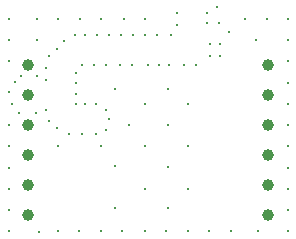
<source format=gbr>
%TF.GenerationSoftware,KiCad,Pcbnew,(5.0.1)-3*%
%TF.CreationDate,2018-12-02T22:03:34+01:00*%
%TF.ProjectId,air602bob,616972363032626F622E6B696361645F,rev?*%
%TF.SameCoordinates,Original*%
%TF.FileFunction,Plated,1,2,PTH,Drill*%
%TF.FilePolarity,Positive*%
%FSLAX46Y46*%
G04 Gerber Fmt 4.6, Leading zero omitted, Abs format (unit mm)*
G04 Created by KiCad (PCBNEW (5.0.1)-3) date 02/12/2018 22:03:34*
%MOMM*%
%LPD*%
G01*
G04 APERTURE LIST*
%TA.AperFunction,ViaDrill*%
%ADD10C,0.300000*%
%TD*%
%TA.AperFunction,ComponentDrill*%
%ADD11C,0.300000*%
%TD*%
%TA.AperFunction,ComponentDrill*%
%ADD12C,1.000000*%
%TD*%
G04 APERTURE END LIST*
D10*
X61849000Y-88773000D03*
X61849000Y-90595000D03*
X61849000Y-92373000D03*
X61849000Y-94996000D03*
X61849000Y-97795000D03*
X61849000Y-99573000D03*
X61849000Y-101395000D03*
X61849000Y-103173000D03*
X61849000Y-104995000D03*
X61849000Y-106773000D03*
X62103000Y-96012000D03*
X62357000Y-94107000D03*
X62738000Y-96774000D03*
X62865000Y-93599000D03*
X64135000Y-96774000D03*
X64239000Y-88773000D03*
X64262000Y-90551000D03*
X64262000Y-93599000D03*
X64389000Y-106807000D03*
X65024000Y-92964000D03*
X65024000Y-93980000D03*
X65024000Y-96520000D03*
X65278000Y-91948000D03*
X65278000Y-97409000D03*
X65913000Y-91313000D03*
X65913000Y-98044000D03*
X66017000Y-88773000D03*
X66017000Y-99573000D03*
X66017000Y-106773000D03*
X66548000Y-90678000D03*
X66929000Y-98552000D03*
X67437000Y-90170000D03*
X67564000Y-93345000D03*
X67564000Y-94234000D03*
X67564000Y-95123000D03*
X67564000Y-96012000D03*
X67795000Y-106773000D03*
X67899000Y-88773000D03*
X68072000Y-92710000D03*
X68072000Y-98552000D03*
X68326000Y-90170000D03*
X68326000Y-96012000D03*
X69088000Y-92710000D03*
X69215000Y-96012000D03*
X69215000Y-98552000D03*
X69342000Y-90170000D03*
X69677000Y-88773000D03*
X69677000Y-99573000D03*
X69677000Y-106773000D03*
X70104000Y-92710000D03*
X70104000Y-96520000D03*
X70104000Y-98171000D03*
X70358000Y-90170000D03*
X70358000Y-97282000D03*
X70866000Y-94742000D03*
X70866000Y-101219000D03*
X70866000Y-104775000D03*
X71247000Y-92710000D03*
X71374000Y-90170000D03*
X71455000Y-106773000D03*
X71559000Y-88773000D03*
X72009000Y-97790000D03*
X72263000Y-92710000D03*
X72390000Y-90170000D03*
X73337000Y-88773000D03*
X73337000Y-95973000D03*
X73337000Y-99573000D03*
X73337000Y-103173000D03*
X73337000Y-106773000D03*
X73406000Y-90170000D03*
X73660000Y-92710000D03*
X74422000Y-90170000D03*
X74549000Y-92710000D03*
X75115000Y-106773000D03*
X75311000Y-94742000D03*
X75311000Y-97790000D03*
X75311000Y-101346000D03*
X75311000Y-104775000D03*
X75438000Y-92710000D03*
X75565000Y-90170000D03*
X76073000Y-88265000D03*
X76073000Y-89281000D03*
X76708000Y-92710000D03*
X76997000Y-95973000D03*
X76997000Y-99573000D03*
X76997000Y-103173000D03*
X76997000Y-106773000D03*
X77724000Y-92710000D03*
X78613000Y-88265000D03*
X78613000Y-89154000D03*
X78775000Y-106773000D03*
X78867000Y-90932000D03*
X78867000Y-91948000D03*
X79629000Y-89154000D03*
X79756000Y-90932000D03*
X79756000Y-91948000D03*
X80518000Y-89916000D03*
X80657000Y-106773000D03*
X81858000Y-88773000D03*
X82804000Y-90551000D03*
X82931000Y-106773000D03*
X83740000Y-88773000D03*
X85460000Y-88773000D03*
X85460000Y-90595000D03*
X85460000Y-92373000D03*
X85460000Y-94195000D03*
X85460000Y-95973000D03*
X85460000Y-97795000D03*
X85460000Y-99573000D03*
X85460000Y-101395000D03*
X85460000Y-103173000D03*
X85460000Y-104995000D03*
X85460000Y-106773000D03*
D11*
%TO.C,ANT1*%
X79443000Y-87830000D03*
D12*
%TO.C,J1*%
X83820000Y-92710000D03*
X83820000Y-95250000D03*
X83820000Y-97790000D03*
X83820000Y-100330000D03*
X83820000Y-102870000D03*
X83820000Y-105410000D03*
%TO.C,J2*%
X63500000Y-92710000D03*
X63500000Y-95250000D03*
X63500000Y-97790000D03*
X63500000Y-100330000D03*
X63500000Y-102870000D03*
X63500000Y-105410000D03*
M02*

</source>
